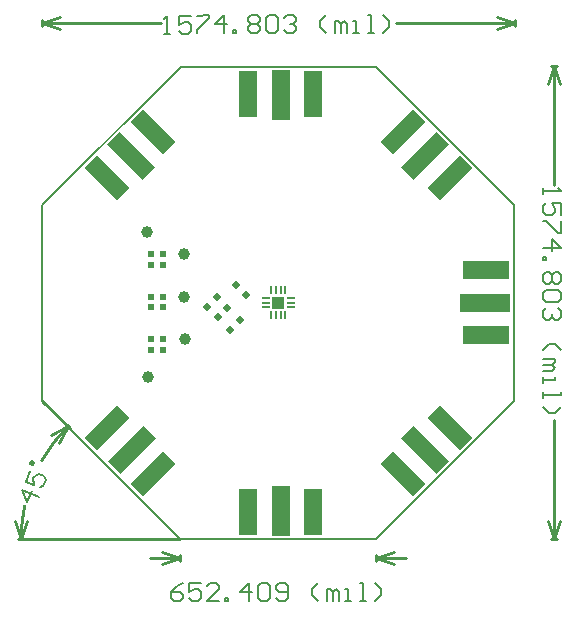
<source format=gtp>
G04 Layer_Color=8421504*
%FSLAX44Y44*%
%MOMM*%
G71*
G01*
G75*
%ADD12C,1.0000*%
G04:AMPARAMS|DCode=13|XSize=3.95mm|YSize=1.5mm|CornerRadius=0mm|HoleSize=0mm|Usage=FLASHONLY|Rotation=315.000|XOffset=0mm|YOffset=0mm|HoleType=Round|Shape=Rectangle|*
%AMROTATEDRECTD13*
4,1,4,-1.9269,0.8662,-0.8662,1.9269,1.9269,-0.8662,0.8662,-1.9269,-1.9269,0.8662,0.0*
%
%ADD13ROTATEDRECTD13*%

G04:AMPARAMS|DCode=14|XSize=4.25mm|YSize=1.5mm|CornerRadius=0mm|HoleSize=0mm|Usage=FLASHONLY|Rotation=315.000|XOffset=0mm|YOffset=0mm|HoleType=Round|Shape=Rectangle|*
%AMROTATEDRECTD14*
4,1,4,-2.0329,0.9723,-0.9723,2.0329,2.0329,-0.9723,0.9723,-2.0329,-2.0329,0.9723,0.0*
%
%ADD14ROTATEDRECTD14*%

%ADD15R,1.5000X3.9500*%
%ADD16R,1.5000X4.2500*%
G04:AMPARAMS|DCode=17|XSize=3.95mm|YSize=1.5mm|CornerRadius=0mm|HoleSize=0mm|Usage=FLASHONLY|Rotation=225.000|XOffset=0mm|YOffset=0mm|HoleType=Round|Shape=Rectangle|*
%AMROTATEDRECTD17*
4,1,4,0.8662,1.9269,1.9269,0.8662,-0.8662,-1.9269,-1.9269,-0.8662,0.8662,1.9269,0.0*
%
%ADD17ROTATEDRECTD17*%

G04:AMPARAMS|DCode=18|XSize=4.25mm|YSize=1.5mm|CornerRadius=0mm|HoleSize=0mm|Usage=FLASHONLY|Rotation=225.000|XOffset=0mm|YOffset=0mm|HoleType=Round|Shape=Rectangle|*
%AMROTATEDRECTD18*
4,1,4,0.9723,2.0329,2.0329,0.9723,-0.9723,-2.0329,-2.0329,-0.9723,0.9723,2.0329,0.0*
%
%ADD18ROTATEDRECTD18*%

%ADD19R,0.6000X0.5500*%
%ADD20P,0.7778X4X180.0*%
%ADD21P,0.7778X4X270.0*%
%ADD22R,3.9500X1.5000*%
%ADD23R,4.2500X1.5000*%
%ADD24R,0.6500X0.2000*%
%ADD25R,0.2000X0.6500*%
%ADD26R,1.0300X1.0300*%
%ADD28C,0.2540*%
%ADD29C,0.1270*%
%ADD30C,0.1524*%
D12*
X1320983Y769041D02*
D03*
X1320292Y804926D02*
D03*
X1320365Y840921D02*
D03*
X1289558Y736854D02*
D03*
X1289050Y860298D02*
D03*
D13*
X1254940Y905780D02*
D03*
X1294114Y944954D02*
D03*
X1545155Y694166D02*
D03*
X1505982Y654993D02*
D03*
D14*
X1275588Y924306D02*
D03*
X1524508Y675640D02*
D03*
D15*
X1374380Y977114D02*
D03*
X1429780D02*
D03*
Y622578D02*
D03*
X1374380D02*
D03*
D16*
X1402080Y975614D02*
D03*
Y624078D02*
D03*
D17*
X1505982Y944954D02*
D03*
X1545155Y905780D02*
D03*
X1294368Y654738D02*
D03*
X1255194Y693912D02*
D03*
D18*
X1524508Y924306D02*
D03*
X1275842Y675386D02*
D03*
D19*
X1302765Y840923D02*
D03*
Y831923D02*
D03*
Y805109D02*
D03*
Y796109D02*
D03*
Y769041D02*
D03*
Y760041D02*
D03*
X1292607Y831921D02*
D03*
Y840921D02*
D03*
Y796107D02*
D03*
Y805107D02*
D03*
Y760039D02*
D03*
Y769039D02*
D03*
D20*
X1364167Y814899D02*
D03*
X1372429Y806637D02*
D03*
D21*
X1339529Y796731D02*
D03*
X1347791Y804993D02*
D03*
X1348673Y787587D02*
D03*
X1356935Y795849D02*
D03*
X1359341Y777173D02*
D03*
X1367603Y785435D02*
D03*
D22*
X1576300Y827700D02*
D03*
Y772300D02*
D03*
D23*
X1574800Y800000D02*
D03*
D24*
X1389500Y804000D02*
D03*
Y800000D02*
D03*
Y796000D02*
D03*
X1410500D02*
D03*
Y800000D02*
D03*
Y804000D02*
D03*
D25*
X1394000Y789500D02*
D03*
X1398000D02*
D03*
X1402000D02*
D03*
X1406000D02*
D03*
Y810500D02*
D03*
X1402000D02*
D03*
X1398000D02*
D03*
X1394000D02*
D03*
D26*
X1400000Y800000D02*
D03*
D28*
X1185307Y627934D02*
G03*
X1182381Y599940I131885J-27934D01*
G01*
X1221866Y695326D02*
G03*
X1199881Y666424I95326J-95326D01*
G01*
X1179841Y599939D02*
X1317192Y600000D01*
X1200000Y717192D02*
X1223662Y693530D01*
X1182381Y599940D02*
X1187454Y615182D01*
X1177294Y615177D02*
X1182381Y599940D01*
X1207498Y688142D02*
X1221866Y695326D01*
X1214682Y680957D02*
X1221866Y695326D01*
X1600267Y1039726D02*
X1600269Y1034646D01*
X1200267Y1039582D02*
X1200269Y1034502D01*
X1585030Y1032101D02*
X1600268Y1037186D01*
X1585026Y1042261D02*
X1600268Y1037186D01*
X1200268Y1037042D02*
X1215510Y1031968D01*
X1200268Y1037042D02*
X1215506Y1042128D01*
X1499551Y1037150D02*
X1600268Y1037186D01*
X1200268Y1037042D02*
X1300985Y1037079D01*
X1482829Y581152D02*
Y586232D01*
X1317117Y581152D02*
Y586232D01*
X1482829Y583692D02*
X1498069Y578612D01*
X1482829Y583692D02*
X1498069Y588772D01*
X1301877Y578612D02*
X1317117Y583692D01*
X1301877Y588772D02*
X1317117Y583692D01*
X1482829D02*
X1508229D01*
X1291717D02*
X1317117D01*
X1630940Y600125D02*
X1636020Y600125D01*
X1630934Y1000125D02*
X1636014Y1000125D01*
X1628400Y615365D02*
X1633480Y600125D01*
X1638560Y615365D01*
X1628394Y984885D02*
X1633474Y1000125D01*
X1638554Y984885D01*
X1633479Y700842D02*
X1633480Y600125D01*
X1633474Y1000125D02*
X1633475Y899408D01*
D29*
X1200000Y717192D02*
Y882754D01*
X1317246Y1000000D01*
X1482898D01*
X1600000Y882898D01*
Y717096D02*
Y882898D01*
X1482904Y600000D02*
X1600000Y717096D01*
X1317192Y600000D02*
X1482904D01*
X1200000Y717192D02*
X1317192Y600000D01*
D30*
X1197300Y635613D02*
X1183223Y641440D01*
X1187348Y631488D01*
X1191232Y640872D01*
X1190021Y657863D02*
X1186136Y648478D01*
X1193175Y645565D01*
X1192771Y651228D01*
X1193742Y653574D01*
X1197059Y654949D01*
X1201752Y653007D01*
X1203127Y649689D01*
X1201184Y644997D01*
X1197867Y643622D01*
X1191959Y662557D02*
X1189613Y663528D01*
X1190584Y665874D01*
X1192930Y664903D01*
X1191959Y662557D01*
X1303528Y1027938D02*
X1308606Y1027940D01*
X1306067Y1027939D01*
X1306062Y1043174D01*
X1303523Y1040634D01*
X1326375Y1043181D02*
X1316218Y1043178D01*
X1316221Y1035560D01*
X1321299Y1038101D01*
X1323838Y1038102D01*
X1326378Y1035564D01*
X1326380Y1030485D01*
X1323841Y1027945D01*
X1318763Y1027943D01*
X1316223Y1030482D01*
X1331454Y1043183D02*
X1341610Y1043187D01*
X1341611Y1040648D01*
X1331458Y1030487D01*
X1331459Y1027948D01*
X1354312Y1027956D02*
X1354306Y1043191D01*
X1346691Y1035571D01*
X1356848Y1035575D01*
X1361929Y1027959D02*
X1361928Y1030498D01*
X1364467Y1030499D01*
X1364468Y1027960D01*
X1361929Y1027959D01*
X1374620Y1040659D02*
X1377159Y1043200D01*
X1382237Y1043201D01*
X1384777Y1040663D01*
X1384778Y1038124D01*
X1382240Y1035584D01*
X1384780Y1033046D01*
X1384781Y1030506D01*
X1382242Y1027966D01*
X1377164Y1027964D01*
X1374624Y1030503D01*
X1374623Y1033042D01*
X1377161Y1035582D01*
X1374621Y1038120D01*
X1374620Y1040659D01*
X1377161Y1035582D02*
X1382240Y1035584D01*
X1389855Y1040665D02*
X1392394Y1043205D01*
X1397472Y1043207D01*
X1400012Y1040669D01*
X1400016Y1030512D01*
X1397478Y1027972D01*
X1392399Y1027970D01*
X1389859Y1030508D01*
X1389855Y1040665D01*
X1405091Y1040670D02*
X1407629Y1043211D01*
X1412707Y1043212D01*
X1415247Y1040674D01*
X1415248Y1038135D01*
X1412710Y1035595D01*
X1410171Y1035594D01*
X1412710Y1035595D01*
X1415250Y1033057D01*
X1415251Y1030517D01*
X1412713Y1027977D01*
X1407634Y1027975D01*
X1405094Y1030514D01*
X1440644Y1027987D02*
X1435563Y1033064D01*
X1435562Y1038142D01*
X1440638Y1043222D01*
X1448261Y1027990D02*
X1448257Y1038147D01*
X1450797Y1038148D01*
X1453337Y1035610D01*
X1453340Y1027992D01*
X1453337Y1035610D01*
X1455875Y1038150D01*
X1458415Y1035611D01*
X1458418Y1027994D01*
X1463496Y1027996D02*
X1468575Y1027997D01*
X1466035Y1027997D01*
X1466032Y1038153D01*
X1463493Y1038152D01*
X1476192Y1028000D02*
X1481270Y1028002D01*
X1478731Y1028001D01*
X1478726Y1043236D01*
X1476187Y1043235D01*
X1488888Y1028005D02*
X1493965Y1033085D01*
X1493963Y1038163D01*
X1488882Y1043240D01*
X1319734Y562361D02*
X1314656Y559822D01*
X1309578Y554743D01*
Y549665D01*
X1312117Y547126D01*
X1317195D01*
X1319734Y549665D01*
Y552204D01*
X1317195Y554743D01*
X1309578D01*
X1334970Y562361D02*
X1324813D01*
Y554743D01*
X1329891Y557283D01*
X1332430D01*
X1334970Y554743D01*
Y549665D01*
X1332430Y547126D01*
X1327352D01*
X1324813Y549665D01*
X1350205Y547126D02*
X1340048D01*
X1350205Y557283D01*
Y559822D01*
X1347666Y562361D01*
X1342587D01*
X1340048Y559822D01*
X1355283Y547126D02*
Y549665D01*
X1357822D01*
Y547126D01*
X1355283D01*
X1375596D02*
Y562361D01*
X1367979Y554743D01*
X1378136D01*
X1383214Y559822D02*
X1385753Y562361D01*
X1390831D01*
X1393371Y559822D01*
Y549665D01*
X1390831Y547126D01*
X1385753D01*
X1383214Y549665D01*
Y559822D01*
X1398449Y549665D02*
X1400988Y547126D01*
X1406067D01*
X1408606Y549665D01*
Y559822D01*
X1406067Y562361D01*
X1400988D01*
X1398449Y559822D01*
Y557283D01*
X1400988Y554743D01*
X1408606D01*
X1433997Y547126D02*
X1428919Y552204D01*
Y557283D01*
X1433997Y562361D01*
X1441615Y547126D02*
Y557283D01*
X1444154D01*
X1446693Y554743D01*
Y547126D01*
Y554743D01*
X1449233Y557283D01*
X1451772Y554743D01*
Y547126D01*
X1456850D02*
X1461929D01*
X1459389D01*
Y557283D01*
X1456850D01*
X1469546Y547126D02*
X1474624D01*
X1472085D01*
Y562361D01*
X1469546D01*
X1482242Y547126D02*
X1487320Y552204D01*
Y557283D01*
X1482242Y562361D01*
X1624334Y896868D02*
X1624334Y891790D01*
X1624334Y894329D01*
X1639569Y894329D01*
X1637030Y896868D01*
X1639569Y874016D02*
X1639569Y884172D01*
X1631952Y884172D01*
X1634491Y879094D01*
X1634491Y876555D01*
X1631952Y874016D01*
X1626873Y874016D01*
X1624334Y876555D01*
X1624334Y881633D01*
X1626873Y884172D01*
X1639570Y868937D02*
X1639570Y858781D01*
X1637030Y858781D01*
X1626874Y868937D01*
X1624334Y868937D01*
X1624335Y846085D02*
X1639570Y846085D01*
X1631952Y853702D01*
X1631952Y843545D01*
X1624335Y838467D02*
X1626874Y838467D01*
X1626874Y835928D01*
X1624335Y835928D01*
X1624335Y838467D01*
X1637031Y825771D02*
X1639570Y823232D01*
X1639570Y818154D01*
X1637031Y815614D01*
X1634492Y815614D01*
X1631953Y818154D01*
X1629414Y815614D01*
X1626874Y815614D01*
X1624335Y818154D01*
X1624335Y823232D01*
X1626874Y825771D01*
X1629413Y825771D01*
X1631953Y823232D01*
X1634492Y825771D01*
X1637031Y825771D01*
X1631953Y823232D02*
X1631953Y818154D01*
X1637031Y810536D02*
X1639570Y807997D01*
X1639570Y802919D01*
X1637031Y800379D01*
X1626875Y800379D01*
X1624335Y802918D01*
X1624335Y807997D01*
X1626875Y810536D01*
X1637031Y810536D01*
X1637031Y795301D02*
X1639571Y792762D01*
X1639571Y787684D01*
X1637032Y785144D01*
X1634492Y785144D01*
X1631953Y787683D01*
X1631953Y790223D01*
X1631953Y787683D01*
X1629414Y785144D01*
X1626875Y785144D01*
X1624336Y787683D01*
X1624336Y792762D01*
X1626875Y795301D01*
X1624336Y759752D02*
X1629414Y764831D01*
X1634493Y764831D01*
X1639571Y759753D01*
X1624336Y752135D02*
X1634493Y752135D01*
X1634493Y749596D01*
X1631954Y747057D01*
X1624336Y747057D01*
X1631954Y747057D01*
X1634493Y744518D01*
X1631954Y741978D01*
X1624336Y741978D01*
X1624336Y736900D02*
X1624337Y731822D01*
X1624337Y734361D01*
X1634493Y734361D01*
X1634493Y736900D01*
X1624337Y724204D02*
X1624337Y719126D01*
X1624337Y721665D01*
X1639572Y721665D01*
X1639572Y724204D01*
X1624337Y711508D02*
X1629415Y706430D01*
X1634494Y706430D01*
X1639572Y711508D01*
M02*

</source>
